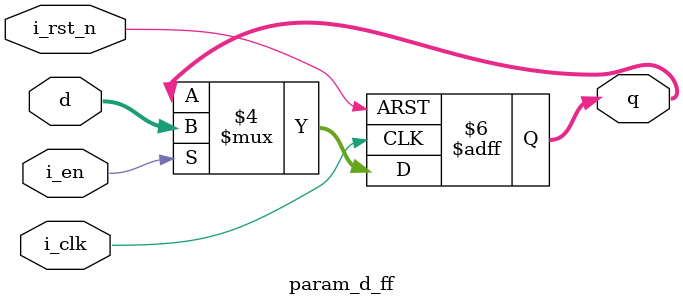
<source format=sv>
module param_d_ff #(
  parameter int    DATA_WIDTH = 32                ,
  parameter logic [DATA_WIDTH-1:0] SET_VALUE  = '1  // Optional parameter to set initial value on reset
)(
  input  logic                     i_clk  ,  // Clock input (positive edge triggered)
  input  logic                     i_rst_n,  // Asynchronous active-low reset
  input  logic                     i_en   ,  // Enable signal to allow updating the register
  input  logic [DATA_WIDTH - 1: 0] d      ,  // Data input
  output logic [DATA_WIDTH - 1: 0] q         // Data output (registered value)
);

  always_ff @(posedge i_clk or negedge i_rst_n) begin : param_d_ff_seq
    if(!i_rst_n) begin
      q <= SET_VALUE;  // Clear output on reset
    end else begin
      if(i_en) begin
        q <= d;        // Load input data when enabled
      end else begin
        q <= q;        // Hold previous value when not enabled
      end
    end
  end

endmodule : param_d_ff

</source>
